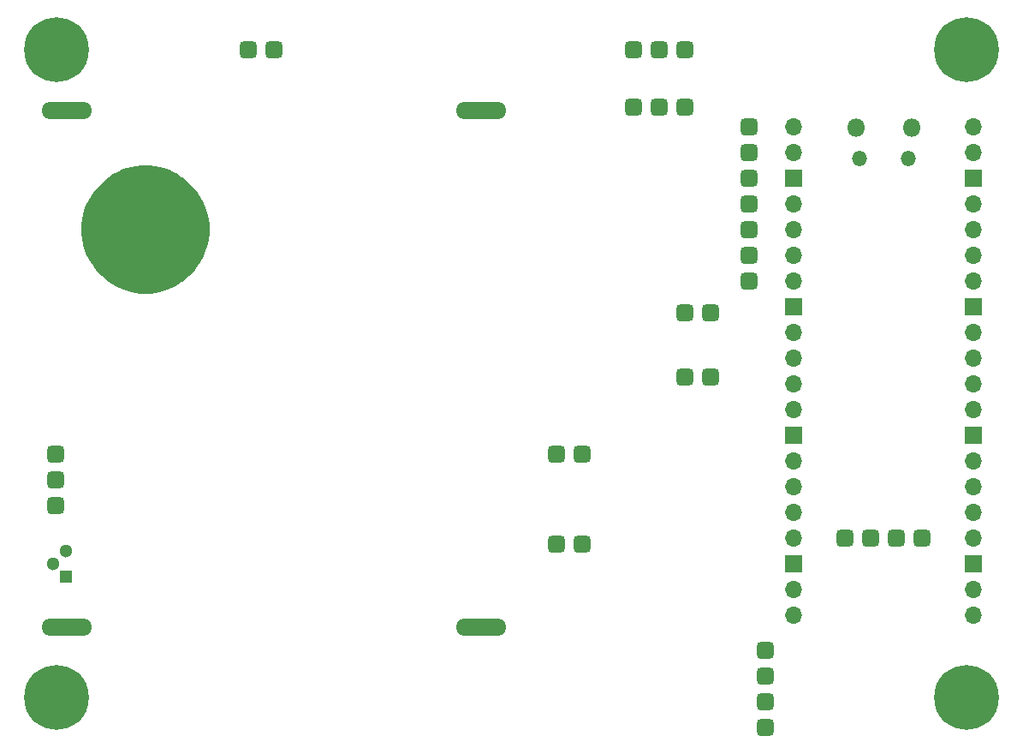
<source format=gbr>
%TF.GenerationSoftware,KiCad,Pcbnew,(6.0.0)*%
%TF.CreationDate,2022-07-12T00:59:49+05:30*%
%TF.ProjectId,Multislope 3I,4d756c74-6973-46c6-9f70-652033492e6b,rev?*%
%TF.SameCoordinates,Original*%
%TF.FileFunction,Soldermask,Bot*%
%TF.FilePolarity,Negative*%
%FSLAX46Y46*%
G04 Gerber Fmt 4.6, Leading zero omitted, Abs format (unit mm)*
G04 Created by KiCad (PCBNEW (6.0.0)) date 2022-07-12 00:59:49*
%MOMM*%
%LPD*%
G01*
G04 APERTURE LIST*
G04 Aperture macros list*
%AMRoundRect*
0 Rectangle with rounded corners*
0 $1 Rounding radius*
0 $2 $3 $4 $5 $6 $7 $8 $9 X,Y pos of 4 corners*
0 Add a 4 corners polygon primitive as box body*
4,1,4,$2,$3,$4,$5,$6,$7,$8,$9,$2,$3,0*
0 Add four circle primitives for the rounded corners*
1,1,$1+$1,$2,$3*
1,1,$1+$1,$4,$5*
1,1,$1+$1,$6,$7*
1,1,$1+$1,$8,$9*
0 Add four rect primitives between the rounded corners*
20,1,$1+$1,$2,$3,$4,$5,0*
20,1,$1+$1,$4,$5,$6,$7,0*
20,1,$1+$1,$6,$7,$8,$9,0*
20,1,$1+$1,$8,$9,$2,$3,0*%
G04 Aperture macros list end*
%ADD10RoundRect,0.425000X0.425000X-0.425000X0.425000X0.425000X-0.425000X0.425000X-0.425000X-0.425000X0*%
%ADD11C,0.800000*%
%ADD12C,6.400000*%
%ADD13RoundRect,0.425000X-0.425000X0.425000X-0.425000X-0.425000X0.425000X-0.425000X0.425000X0.425000X0*%
%ADD14O,5.000000X1.700000*%
%ADD15R,1.300000X1.300000*%
%ADD16C,1.300000*%
%ADD17O,1.500000X1.500000*%
%ADD18O,1.800000X1.800000*%
%ADD19O,1.700000X1.700000*%
%ADD20R,1.700000X1.700000*%
%ADD21RoundRect,0.425000X-0.425000X-0.425000X0.425000X-0.425000X0.425000X0.425000X-0.425000X0.425000X0*%
%ADD22C,1.200000*%
G04 APERTURE END LIST*
D10*
%TO.C,J3*%
X158115000Y-93980000D03*
X160655000Y-93980000D03*
%TD*%
D11*
%TO.C,H2*%
X94302944Y-133697056D03*
X96000000Y-129600000D03*
X96000000Y-134400000D03*
D12*
X96000000Y-132000000D03*
D11*
X97697056Y-130302944D03*
X97697056Y-133697056D03*
X93600000Y-132000000D03*
X98400000Y-132000000D03*
X94302944Y-130302944D03*
%TD*%
%TO.C,H4*%
X94302944Y-69697056D03*
X93600000Y-68000000D03*
X96000000Y-70400000D03*
X94302944Y-66302944D03*
D12*
X96000000Y-68000000D03*
D11*
X97697056Y-66302944D03*
X97697056Y-69697056D03*
X96000000Y-65600000D03*
X98400000Y-68000000D03*
%TD*%
%TO.C,H3*%
X184302944Y-66302944D03*
X187697056Y-66302944D03*
X187697056Y-69697056D03*
X184302944Y-69697056D03*
X186000000Y-65600000D03*
X186000000Y-70400000D03*
D12*
X186000000Y-68000000D03*
D11*
X188400000Y-68000000D03*
X183600000Y-68000000D03*
%TD*%
D10*
%TO.C,J15*%
X153035000Y-73660000D03*
X155575000Y-73660000D03*
X158115000Y-73660000D03*
%TD*%
D13*
%TO.C,J12*%
X181610000Y-116205000D03*
X179070000Y-116205000D03*
X176530000Y-116205000D03*
X173990000Y-116205000D03*
%TD*%
D14*
%TO.C,J4*%
X97000000Y-125000000D03*
%TD*%
D10*
%TO.C,J14*%
X158115000Y-100330000D03*
X160655000Y-100330000D03*
%TD*%
%TO.C,J1*%
X145415000Y-107950000D03*
X147955000Y-107950000D03*
%TD*%
D15*
%TO.C,U17*%
X96880000Y-120015000D03*
D16*
X95610000Y-118745000D03*
X96880000Y-117475000D03*
%TD*%
D17*
%TO.C,U16*%
X180225000Y-78725000D03*
D18*
X180525000Y-75695000D03*
X175075000Y-75695000D03*
D17*
X175375000Y-78725000D03*
D19*
X168910000Y-75565000D03*
X168910000Y-78105000D03*
D20*
X168910000Y-80645000D03*
D19*
X168910000Y-83185000D03*
X168910000Y-85725000D03*
X168910000Y-88265000D03*
X168910000Y-90805000D03*
D20*
X168910000Y-93345000D03*
D19*
X168910000Y-95885000D03*
X168910000Y-98425000D03*
X168910000Y-100965000D03*
X168910000Y-103505000D03*
D20*
X168910000Y-106045000D03*
D19*
X168910000Y-108585000D03*
X168910000Y-111125000D03*
X168910000Y-113665000D03*
X168910000Y-116205000D03*
D20*
X168910000Y-118745000D03*
D19*
X168910000Y-121285000D03*
X168910000Y-123825000D03*
X186690000Y-123825000D03*
X186690000Y-121285000D03*
D20*
X186690000Y-118745000D03*
D19*
X186690000Y-116205000D03*
X186690000Y-113665000D03*
X186690000Y-111125000D03*
X186690000Y-108585000D03*
D20*
X186690000Y-106045000D03*
D19*
X186690000Y-103505000D03*
X186690000Y-100965000D03*
X186690000Y-98425000D03*
X186690000Y-95885000D03*
D20*
X186690000Y-93345000D03*
D19*
X186690000Y-90805000D03*
X186690000Y-88265000D03*
X186690000Y-85725000D03*
X186690000Y-83185000D03*
D20*
X186690000Y-80645000D03*
D19*
X186690000Y-78105000D03*
X186690000Y-75565000D03*
%TD*%
D21*
%TO.C,J11*%
X95885000Y-107950000D03*
X95885000Y-110490000D03*
X95885000Y-113030000D03*
%TD*%
D14*
%TO.C,J9*%
X138000000Y-74000000D03*
%TD*%
D21*
%TO.C,J2*%
X164465000Y-75565000D03*
X164465000Y-78105000D03*
X164465000Y-80645000D03*
X164465000Y-83185000D03*
X164465000Y-85725000D03*
X164465000Y-88265000D03*
X164465000Y-90805000D03*
%TD*%
D12*
%TO.C,H1*%
X186000000Y-132000000D03*
D11*
X187697056Y-133697056D03*
X184302944Y-133697056D03*
X186000000Y-129600000D03*
X187697056Y-130302944D03*
X183600000Y-132000000D03*
X186000000Y-134400000D03*
X188400000Y-132000000D03*
X184302944Y-130302944D03*
%TD*%
D14*
%TO.C,J5*%
X138000000Y-125000000D03*
%TD*%
D21*
%TO.C,J10*%
X166052500Y-127317500D03*
X166052500Y-129857500D03*
X166052500Y-132397500D03*
X166052500Y-134937500D03*
%TD*%
D13*
%TO.C,J8*%
X158115000Y-67945000D03*
X155575000Y-67945000D03*
X153035000Y-67945000D03*
%TD*%
D14*
%TO.C,J6*%
X97000000Y-74000000D03*
%TD*%
D13*
%TO.C,J7*%
X147955000Y-116840000D03*
X145415000Y-116840000D03*
%TD*%
%TO.C,J13*%
X117475000Y-67945000D03*
X114935000Y-67945000D03*
%TD*%
D22*
%TO.C,U2*%
X104775000Y-86995000D03*
X106045000Y-85725000D03*
X104775000Y-84455000D03*
X103505000Y-85725000D03*
%TD*%
G36*
X105251169Y-79393709D02*
G01*
X105261032Y-79394485D01*
X105729361Y-79449915D01*
X105739132Y-79451463D01*
X106201658Y-79543465D01*
X106211279Y-79545775D01*
X106665157Y-79673782D01*
X106674566Y-79676839D01*
X107117011Y-79840066D01*
X107126151Y-79843852D01*
X107554426Y-80041289D01*
X107563241Y-80045781D01*
X107974690Y-80276204D01*
X107983126Y-80281373D01*
X108375241Y-80543375D01*
X108383245Y-80549190D01*
X108753592Y-80841149D01*
X108761115Y-80847574D01*
X109109252Y-81169388D01*
X109112818Y-81172818D01*
X109327182Y-81387182D01*
X109330612Y-81390748D01*
X109652426Y-81738885D01*
X109658851Y-81746408D01*
X109950810Y-82116755D01*
X109956625Y-82124759D01*
X110218627Y-82516874D01*
X110223796Y-82525310D01*
X110454219Y-82936759D01*
X110458711Y-82945574D01*
X110656148Y-83373849D01*
X110659934Y-83382989D01*
X110823161Y-83825434D01*
X110826218Y-83834843D01*
X110954225Y-84288721D01*
X110956535Y-84298342D01*
X111048537Y-84760868D01*
X111050085Y-84770639D01*
X111105515Y-85238968D01*
X111106291Y-85248831D01*
X111124806Y-85720053D01*
X111124806Y-85729947D01*
X111106291Y-86201169D01*
X111105515Y-86211032D01*
X111050085Y-86679361D01*
X111048537Y-86689132D01*
X110956535Y-87151658D01*
X110954225Y-87161279D01*
X110826218Y-87615157D01*
X110823161Y-87624566D01*
X110659934Y-88067011D01*
X110656148Y-88076151D01*
X110458711Y-88504426D01*
X110454219Y-88513241D01*
X110223796Y-88924690D01*
X110218627Y-88933126D01*
X109956625Y-89325241D01*
X109950810Y-89333245D01*
X109658851Y-89703592D01*
X109652426Y-89711115D01*
X109330612Y-90059252D01*
X109327182Y-90062818D01*
X109112818Y-90277182D01*
X109109252Y-90280612D01*
X108761115Y-90602426D01*
X108753592Y-90608851D01*
X108383245Y-90900810D01*
X108375241Y-90906625D01*
X107983126Y-91168627D01*
X107974690Y-91173796D01*
X107563241Y-91404219D01*
X107554426Y-91408711D01*
X107126151Y-91606148D01*
X107117011Y-91609934D01*
X106674566Y-91773161D01*
X106665157Y-91776218D01*
X106211279Y-91904225D01*
X106201658Y-91906535D01*
X105739132Y-91998537D01*
X105729361Y-92000085D01*
X105261032Y-92055515D01*
X105251169Y-92056291D01*
X104779947Y-92074806D01*
X104770053Y-92074806D01*
X104298831Y-92056291D01*
X104288968Y-92055515D01*
X103820639Y-92000085D01*
X103810868Y-91998537D01*
X103348342Y-91906535D01*
X103338721Y-91904225D01*
X102884843Y-91776218D01*
X102875434Y-91773161D01*
X102432989Y-91609934D01*
X102423849Y-91606148D01*
X101995574Y-91408711D01*
X101986759Y-91404219D01*
X101575310Y-91173796D01*
X101566874Y-91168627D01*
X101174759Y-90906625D01*
X101166755Y-90900810D01*
X100796408Y-90608851D01*
X100788885Y-90602426D01*
X100440748Y-90280612D01*
X100437182Y-90277182D01*
X100222818Y-90062818D01*
X100219388Y-90059252D01*
X99897574Y-89711115D01*
X99891149Y-89703592D01*
X99599190Y-89333245D01*
X99593375Y-89325241D01*
X99331373Y-88933126D01*
X99326204Y-88924690D01*
X99095781Y-88513241D01*
X99091289Y-88504426D01*
X98893852Y-88076151D01*
X98890066Y-88067011D01*
X98726839Y-87624566D01*
X98723782Y-87615157D01*
X98595775Y-87161279D01*
X98593465Y-87151658D01*
X98501463Y-86689132D01*
X98499915Y-86679361D01*
X98444485Y-86211032D01*
X98443709Y-86201169D01*
X98425194Y-85729947D01*
X98425194Y-85720053D01*
X98443709Y-85248831D01*
X98444485Y-85238968D01*
X98499915Y-84770639D01*
X98501463Y-84760868D01*
X98593465Y-84298342D01*
X98595775Y-84288721D01*
X98723782Y-83834843D01*
X98726839Y-83825434D01*
X98890066Y-83382989D01*
X98893852Y-83373849D01*
X99091289Y-82945574D01*
X99095781Y-82936759D01*
X99326204Y-82525310D01*
X99331373Y-82516874D01*
X99593375Y-82124759D01*
X99599190Y-82116755D01*
X99891149Y-81746408D01*
X99897574Y-81738885D01*
X100219388Y-81390748D01*
X100222818Y-81387182D01*
X100437182Y-81172818D01*
X100440748Y-81169388D01*
X100788885Y-80847574D01*
X100796408Y-80841149D01*
X101166755Y-80549190D01*
X101174759Y-80543375D01*
X101566874Y-80281373D01*
X101575310Y-80276204D01*
X101986759Y-80045781D01*
X101995574Y-80041289D01*
X102423849Y-79843852D01*
X102432989Y-79840066D01*
X102875434Y-79676839D01*
X102884843Y-79673782D01*
X103338721Y-79545775D01*
X103348342Y-79543465D01*
X103810868Y-79451463D01*
X103820639Y-79449915D01*
X104288968Y-79394485D01*
X104298831Y-79393709D01*
X104770053Y-79375194D01*
X104779947Y-79375194D01*
X105251169Y-79393709D01*
G37*
M02*

</source>
